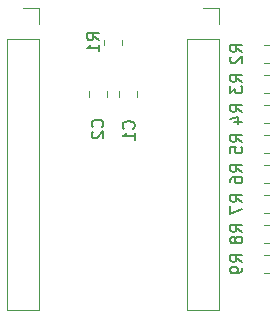
<source format=gbr>
%TF.GenerationSoftware,KiCad,Pcbnew,(5.1.8)-1*%
%TF.CreationDate,2023-01-12T00:15:59+03:00*%
%TF.ProjectId,273,3237332e-6b69-4636-9164-5f7063625858,rev?*%
%TF.SameCoordinates,Original*%
%TF.FileFunction,Legend,Bot*%
%TF.FilePolarity,Positive*%
%FSLAX46Y46*%
G04 Gerber Fmt 4.6, Leading zero omitted, Abs format (unit mm)*
G04 Created by KiCad (PCBNEW (5.1.8)-1) date 2023-01-12 00:15:59*
%MOMM*%
%LPD*%
G01*
G04 APERTURE LIST*
%ADD10C,0.120000*%
%ADD11C,0.150000*%
G04 APERTURE END LIST*
D10*
%TO.C,R9*%
X92752936Y-52605000D02*
X93207064Y-52605000D01*
X92752936Y-54075000D02*
X93207064Y-54075000D01*
%TO.C,R8*%
X92752936Y-50065000D02*
X93207064Y-50065000D01*
X92752936Y-51535000D02*
X93207064Y-51535000D01*
%TO.C,R7*%
X92752936Y-47525000D02*
X93207064Y-47525000D01*
X92752936Y-48995000D02*
X93207064Y-48995000D01*
%TO.C,R6*%
X92752936Y-44985000D02*
X93207064Y-44985000D01*
X92752936Y-46455000D02*
X93207064Y-46455000D01*
%TO.C,R5*%
X92752936Y-42445000D02*
X93207064Y-42445000D01*
X92752936Y-43915000D02*
X93207064Y-43915000D01*
%TO.C,R4*%
X92752936Y-39905000D02*
X93207064Y-39905000D01*
X92752936Y-41375000D02*
X93207064Y-41375000D01*
%TO.C,R3*%
X92752936Y-37365000D02*
X93207064Y-37365000D01*
X92752936Y-38835000D02*
X93207064Y-38835000D01*
%TO.C,R2*%
X92752936Y-34825000D02*
X93207064Y-34825000D01*
X92752936Y-36295000D02*
X93207064Y-36295000D01*
%TO.C,C2*%
X79475000Y-38706248D02*
X79475000Y-39228752D01*
X78005000Y-38706248D02*
X78005000Y-39228752D01*
%TO.C,R1*%
X79275000Y-34332936D02*
X79275000Y-34787064D01*
X80745000Y-34332936D02*
X80745000Y-34787064D01*
%TO.C,C1*%
X80545000Y-38706248D02*
X80545000Y-39228752D01*
X82015000Y-38706248D02*
X82015000Y-39228752D01*
%TO.C,J1*%
X73720000Y-31690000D02*
X72390000Y-31690000D01*
X73720000Y-33020000D02*
X73720000Y-31690000D01*
X73720000Y-34290000D02*
X71060000Y-34290000D01*
X71060000Y-34290000D02*
X71060000Y-57210000D01*
X73720000Y-34290000D02*
X73720000Y-57210000D01*
X73720000Y-57210000D02*
X71060000Y-57210000D01*
%TO.C,J2*%
X88960000Y-57210000D02*
X86300000Y-57210000D01*
X88960000Y-34290000D02*
X88960000Y-57210000D01*
X86300000Y-34290000D02*
X86300000Y-57210000D01*
X88960000Y-34290000D02*
X86300000Y-34290000D01*
X88960000Y-33020000D02*
X88960000Y-31690000D01*
X88960000Y-31690000D02*
X87630000Y-31690000D01*
%TO.C,R9*%
D11*
X90939880Y-53173333D02*
X90463690Y-52840000D01*
X90939880Y-52601904D02*
X89939880Y-52601904D01*
X89939880Y-52982857D01*
X89987500Y-53078095D01*
X90035119Y-53125714D01*
X90130357Y-53173333D01*
X90273214Y-53173333D01*
X90368452Y-53125714D01*
X90416071Y-53078095D01*
X90463690Y-52982857D01*
X90463690Y-52601904D01*
X90939880Y-53649523D02*
X90939880Y-53840000D01*
X90892261Y-53935238D01*
X90844642Y-53982857D01*
X90701785Y-54078095D01*
X90511309Y-54125714D01*
X90130357Y-54125714D01*
X90035119Y-54078095D01*
X89987500Y-54030476D01*
X89939880Y-53935238D01*
X89939880Y-53744761D01*
X89987500Y-53649523D01*
X90035119Y-53601904D01*
X90130357Y-53554285D01*
X90368452Y-53554285D01*
X90463690Y-53601904D01*
X90511309Y-53649523D01*
X90558928Y-53744761D01*
X90558928Y-53935238D01*
X90511309Y-54030476D01*
X90463690Y-54078095D01*
X90368452Y-54125714D01*
%TO.C,R8*%
X90939880Y-50633333D02*
X90463690Y-50300000D01*
X90939880Y-50061904D02*
X89939880Y-50061904D01*
X89939880Y-50442857D01*
X89987500Y-50538095D01*
X90035119Y-50585714D01*
X90130357Y-50633333D01*
X90273214Y-50633333D01*
X90368452Y-50585714D01*
X90416071Y-50538095D01*
X90463690Y-50442857D01*
X90463690Y-50061904D01*
X90368452Y-51204761D02*
X90320833Y-51109523D01*
X90273214Y-51061904D01*
X90177976Y-51014285D01*
X90130357Y-51014285D01*
X90035119Y-51061904D01*
X89987500Y-51109523D01*
X89939880Y-51204761D01*
X89939880Y-51395238D01*
X89987500Y-51490476D01*
X90035119Y-51538095D01*
X90130357Y-51585714D01*
X90177976Y-51585714D01*
X90273214Y-51538095D01*
X90320833Y-51490476D01*
X90368452Y-51395238D01*
X90368452Y-51204761D01*
X90416071Y-51109523D01*
X90463690Y-51061904D01*
X90558928Y-51014285D01*
X90749404Y-51014285D01*
X90844642Y-51061904D01*
X90892261Y-51109523D01*
X90939880Y-51204761D01*
X90939880Y-51395238D01*
X90892261Y-51490476D01*
X90844642Y-51538095D01*
X90749404Y-51585714D01*
X90558928Y-51585714D01*
X90463690Y-51538095D01*
X90416071Y-51490476D01*
X90368452Y-51395238D01*
%TO.C,R7*%
X90939880Y-48093333D02*
X90463690Y-47760000D01*
X90939880Y-47521904D02*
X89939880Y-47521904D01*
X89939880Y-47902857D01*
X89987500Y-47998095D01*
X90035119Y-48045714D01*
X90130357Y-48093333D01*
X90273214Y-48093333D01*
X90368452Y-48045714D01*
X90416071Y-47998095D01*
X90463690Y-47902857D01*
X90463690Y-47521904D01*
X89939880Y-48426666D02*
X89939880Y-49093333D01*
X90939880Y-48664761D01*
%TO.C,R6*%
X90939880Y-45553333D02*
X90463690Y-45220000D01*
X90939880Y-44981904D02*
X89939880Y-44981904D01*
X89939880Y-45362857D01*
X89987500Y-45458095D01*
X90035119Y-45505714D01*
X90130357Y-45553333D01*
X90273214Y-45553333D01*
X90368452Y-45505714D01*
X90416071Y-45458095D01*
X90463690Y-45362857D01*
X90463690Y-44981904D01*
X89939880Y-46410476D02*
X89939880Y-46220000D01*
X89987500Y-46124761D01*
X90035119Y-46077142D01*
X90177976Y-45981904D01*
X90368452Y-45934285D01*
X90749404Y-45934285D01*
X90844642Y-45981904D01*
X90892261Y-46029523D01*
X90939880Y-46124761D01*
X90939880Y-46315238D01*
X90892261Y-46410476D01*
X90844642Y-46458095D01*
X90749404Y-46505714D01*
X90511309Y-46505714D01*
X90416071Y-46458095D01*
X90368452Y-46410476D01*
X90320833Y-46315238D01*
X90320833Y-46124761D01*
X90368452Y-46029523D01*
X90416071Y-45981904D01*
X90511309Y-45934285D01*
%TO.C,R5*%
X90939880Y-43013333D02*
X90463690Y-42680000D01*
X90939880Y-42441904D02*
X89939880Y-42441904D01*
X89939880Y-42822857D01*
X89987500Y-42918095D01*
X90035119Y-42965714D01*
X90130357Y-43013333D01*
X90273214Y-43013333D01*
X90368452Y-42965714D01*
X90416071Y-42918095D01*
X90463690Y-42822857D01*
X90463690Y-42441904D01*
X89939880Y-43918095D02*
X89939880Y-43441904D01*
X90416071Y-43394285D01*
X90368452Y-43441904D01*
X90320833Y-43537142D01*
X90320833Y-43775238D01*
X90368452Y-43870476D01*
X90416071Y-43918095D01*
X90511309Y-43965714D01*
X90749404Y-43965714D01*
X90844642Y-43918095D01*
X90892261Y-43870476D01*
X90939880Y-43775238D01*
X90939880Y-43537142D01*
X90892261Y-43441904D01*
X90844642Y-43394285D01*
%TO.C,R4*%
X90939880Y-40473333D02*
X90463690Y-40140000D01*
X90939880Y-39901904D02*
X89939880Y-39901904D01*
X89939880Y-40282857D01*
X89987500Y-40378095D01*
X90035119Y-40425714D01*
X90130357Y-40473333D01*
X90273214Y-40473333D01*
X90368452Y-40425714D01*
X90416071Y-40378095D01*
X90463690Y-40282857D01*
X90463690Y-39901904D01*
X90273214Y-41330476D02*
X90939880Y-41330476D01*
X89892261Y-41092380D02*
X90606547Y-40854285D01*
X90606547Y-41473333D01*
%TO.C,R3*%
X90939880Y-37933333D02*
X90463690Y-37600000D01*
X90939880Y-37361904D02*
X89939880Y-37361904D01*
X89939880Y-37742857D01*
X89987500Y-37838095D01*
X90035119Y-37885714D01*
X90130357Y-37933333D01*
X90273214Y-37933333D01*
X90368452Y-37885714D01*
X90416071Y-37838095D01*
X90463690Y-37742857D01*
X90463690Y-37361904D01*
X89939880Y-38266666D02*
X89939880Y-38885714D01*
X90320833Y-38552380D01*
X90320833Y-38695238D01*
X90368452Y-38790476D01*
X90416071Y-38838095D01*
X90511309Y-38885714D01*
X90749404Y-38885714D01*
X90844642Y-38838095D01*
X90892261Y-38790476D01*
X90939880Y-38695238D01*
X90939880Y-38409523D01*
X90892261Y-38314285D01*
X90844642Y-38266666D01*
%TO.C,R2*%
X90939880Y-35393333D02*
X90463690Y-35060000D01*
X90939880Y-34821904D02*
X89939880Y-34821904D01*
X89939880Y-35202857D01*
X89987500Y-35298095D01*
X90035119Y-35345714D01*
X90130357Y-35393333D01*
X90273214Y-35393333D01*
X90368452Y-35345714D01*
X90416071Y-35298095D01*
X90463690Y-35202857D01*
X90463690Y-34821904D01*
X90035119Y-35774285D02*
X89987500Y-35821904D01*
X89939880Y-35917142D01*
X89939880Y-36155238D01*
X89987500Y-36250476D01*
X90035119Y-36298095D01*
X90130357Y-36345714D01*
X90225595Y-36345714D01*
X90368452Y-36298095D01*
X90939880Y-35726666D01*
X90939880Y-36345714D01*
%TO.C,C2*%
X79097142Y-41743333D02*
X79144761Y-41695714D01*
X79192380Y-41552857D01*
X79192380Y-41457619D01*
X79144761Y-41314761D01*
X79049523Y-41219523D01*
X78954285Y-41171904D01*
X78763809Y-41124285D01*
X78620952Y-41124285D01*
X78430476Y-41171904D01*
X78335238Y-41219523D01*
X78240000Y-41314761D01*
X78192380Y-41457619D01*
X78192380Y-41552857D01*
X78240000Y-41695714D01*
X78287619Y-41743333D01*
X78287619Y-42124285D02*
X78240000Y-42171904D01*
X78192380Y-42267142D01*
X78192380Y-42505238D01*
X78240000Y-42600476D01*
X78287619Y-42648095D01*
X78382857Y-42695714D01*
X78478095Y-42695714D01*
X78620952Y-42648095D01*
X79192380Y-42076666D01*
X79192380Y-42695714D01*
%TO.C,R1*%
X78812380Y-34393333D02*
X78336190Y-34060000D01*
X78812380Y-33821904D02*
X77812380Y-33821904D01*
X77812380Y-34202857D01*
X77860000Y-34298095D01*
X77907619Y-34345714D01*
X78002857Y-34393333D01*
X78145714Y-34393333D01*
X78240952Y-34345714D01*
X78288571Y-34298095D01*
X78336190Y-34202857D01*
X78336190Y-33821904D01*
X78812380Y-35345714D02*
X78812380Y-34774285D01*
X78812380Y-35060000D02*
X77812380Y-35060000D01*
X77955238Y-34964761D01*
X78050476Y-34869523D01*
X78098095Y-34774285D01*
%TO.C,C1*%
X81738742Y-41870333D02*
X81786361Y-41822714D01*
X81833980Y-41679857D01*
X81833980Y-41584619D01*
X81786361Y-41441761D01*
X81691123Y-41346523D01*
X81595885Y-41298904D01*
X81405409Y-41251285D01*
X81262552Y-41251285D01*
X81072076Y-41298904D01*
X80976838Y-41346523D01*
X80881600Y-41441761D01*
X80833980Y-41584619D01*
X80833980Y-41679857D01*
X80881600Y-41822714D01*
X80929219Y-41870333D01*
X81833980Y-42822714D02*
X81833980Y-42251285D01*
X81833980Y-42537000D02*
X80833980Y-42537000D01*
X80976838Y-42441761D01*
X81072076Y-42346523D01*
X81119695Y-42251285D01*
%TD*%
M02*

</source>
